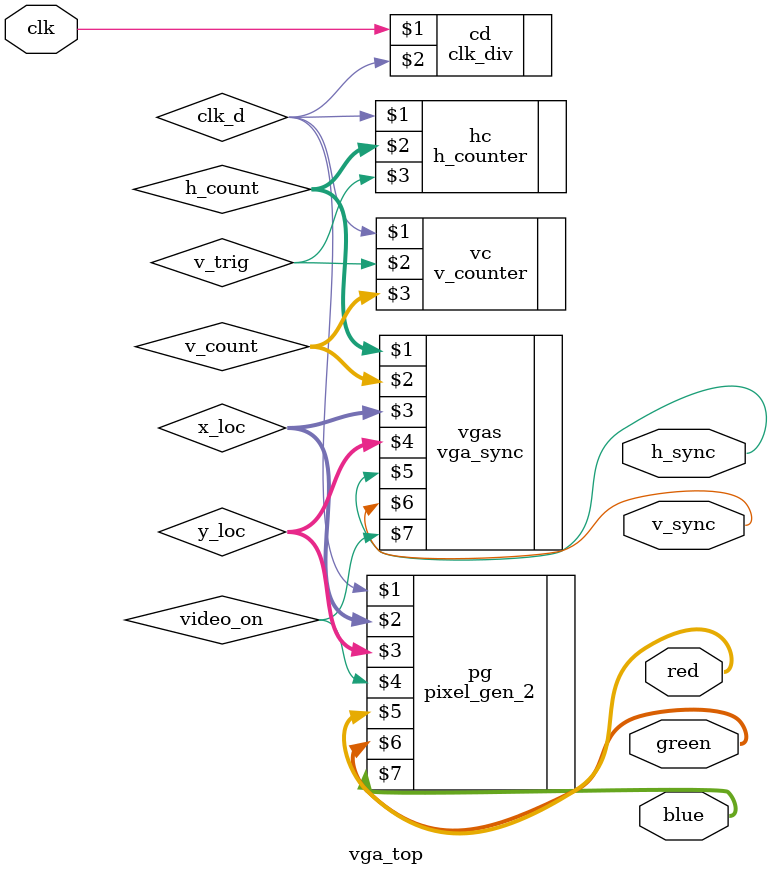
<source format=v>
`timescale 1ns / 1ps
module vga_top(
input clk,
output h_sync,v_sync,
output [3:0] red,green,blue
 );
 wire clk_d, v_trig, video_on;
 wire [9:0] h_count;
 wire[9:0] v_count;
 wire[9:0] x_loc;
 wire[9:0] y_loc;
 clk_div cd(clk,clk_d);
 h_counter hc(clk_d,h_count,v_trig);
 v_counter vc(clk_d,v_trig,v_count);
 vga_sync vgas(h_count,v_count,x_loc,y_loc,h_sync,v_sync,video_on);
 pixel_gen_2 pg(clk_d,x_loc,y_loc,video_on,red,green,blue);
endmodule

</source>
